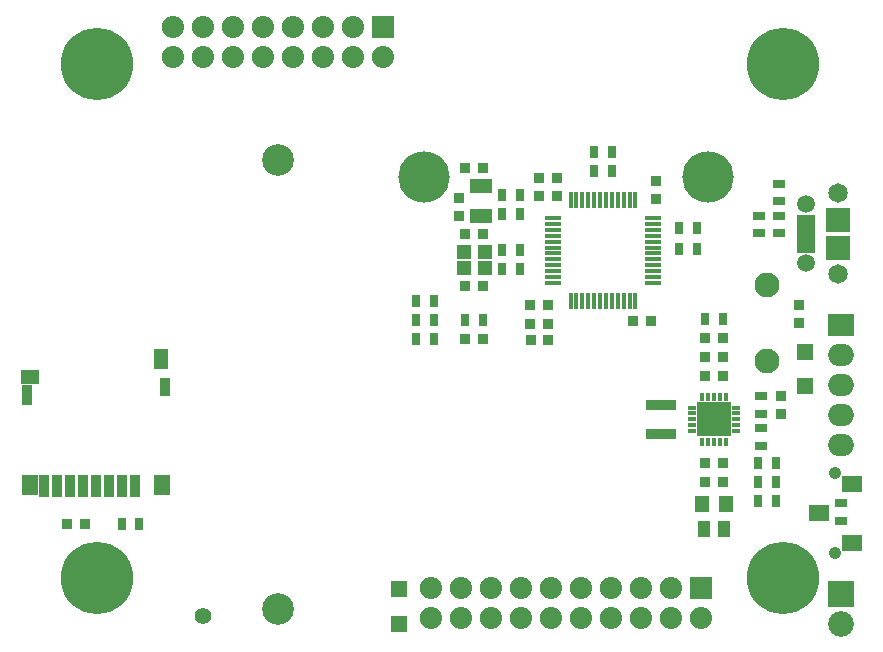
<source format=gts>
G04 #@! TF.GenerationSoftware,KiCad,Pcbnew,(2017-01-24 revision 0b6147e)-makepkg*
G04 #@! TF.CreationDate,2018-07-27T06:26:56-07:00*
G04 #@! TF.ProjectId,SmartiePiNode,536D617274696550694E6F64652E6B69,1.a*
G04 #@! TF.FileFunction,Soldermask,Top*
G04 #@! TF.FilePolarity,Negative*
%FSLAX46Y46*%
G04 Gerber Fmt 4.6, Leading zero omitted, Abs format (unit mm)*
G04 Created by KiCad (PCBNEW (2017-01-24 revision 0b6147e)-makepkg) date 07/27/18 06:26:56*
%MOMM*%
%LPD*%
G01*
G04 APERTURE LIST*
%ADD10C,0.100000*%
%ADD11R,1.602740X0.652780*%
%ADD12R,2.052320X2.052320*%
%ADD13C,1.650006*%
%ADD14C,1.504000*%
%ADD15R,0.652400X1.052400*%
%ADD16C,0.787400*%
%ADD17C,4.352400*%
%ADD18R,1.879600X1.879600*%
%ADD19O,1.879600X1.879600*%
%ADD20R,0.457200X1.346200*%
%ADD21R,1.346200X0.457200*%
%ADD22R,0.852400X1.902400*%
%ADD23R,1.452400X1.652400*%
%ADD24R,0.952400X1.652400*%
%ADD25R,0.952400X1.552400*%
%ADD26R,1.152400X1.702400*%
%ADD27R,1.552400X1.152400*%
%ADD28R,1.152400X1.402400*%
%ADD29R,0.952400X0.902400*%
%ADD30R,0.902400X0.952400*%
%ADD31R,2.184400X1.879600*%
%ADD32O,2.184400X1.879600*%
%ADD33R,1.372400X1.402400*%
%ADD34R,1.062400X1.422400*%
%ADD35R,2.652400X0.902400*%
%ADD36R,1.052400X0.652400*%
%ADD37C,2.102400*%
%ADD38R,1.302400X1.152400*%
%ADD39C,6.121400*%
%ADD40R,1.952400X1.152400*%
%ADD41R,0.863600X0.863600*%
%ADD42C,2.676400*%
%ADD43C,1.422400*%
%ADD44R,2.184400X2.184400*%
%ADD45O,2.184400X2.184400*%
%ADD46R,0.752400X0.402400*%
%ADD47R,0.402400X0.752400*%
%ADD48R,2.852400X2.852400*%
%ADD49C,0.652400*%
%ADD50R,1.752400X1.352400*%
%ADD51C,1.052400*%
G04 APERTURE END LIST*
D10*
D11*
X165930000Y-117097940D03*
X165930000Y-116447700D03*
X165930000Y-115800000D03*
X165930000Y-115152300D03*
X165930000Y-114502060D03*
D12*
X168604620Y-116998880D03*
X168604620Y-114601120D03*
D13*
X168600000Y-119230000D03*
X168600000Y-112370000D03*
D14*
X165930000Y-113302060D03*
X165930000Y-118302060D03*
D15*
X147950000Y-110500000D03*
X149450000Y-110500000D03*
X147950000Y-108900000D03*
X149450000Y-108900000D03*
D16*
X158713370Y-112127370D03*
D17*
X157582000Y-110996000D03*
D18*
X156972000Y-145796000D03*
D19*
X156972000Y-148336000D03*
X154432000Y-145796000D03*
X154432000Y-148336000D03*
X151892000Y-145796000D03*
X151892000Y-148336000D03*
X149352000Y-145796000D03*
X149352000Y-148336000D03*
X146812000Y-145796000D03*
X146812000Y-148336000D03*
X144272000Y-145796000D03*
X144272000Y-148336000D03*
X141732000Y-145796000D03*
X141732000Y-148336000D03*
X139192000Y-145796000D03*
X139192000Y-148336000D03*
X136652000Y-145796000D03*
X136652000Y-148336000D03*
X134112000Y-145796000D03*
X134112000Y-148336000D03*
D16*
X156450630Y-112127370D03*
X157582000Y-112596000D03*
X155982000Y-110996000D03*
X156450630Y-109864630D03*
X157582000Y-109396000D03*
X158713370Y-109864630D03*
X159182000Y-110996000D03*
X135112000Y-110996000D03*
X134643370Y-109864630D03*
D17*
X133512000Y-110996000D03*
D16*
X134643370Y-112127370D03*
X133512000Y-112596000D03*
X132380630Y-112127370D03*
X131912000Y-110996000D03*
X132380630Y-109864630D03*
X133512000Y-109396000D03*
D20*
X145950000Y-112950001D03*
X146449999Y-112950001D03*
X146950001Y-112950001D03*
X147450000Y-112950001D03*
X147949999Y-112950001D03*
X148450000Y-112950001D03*
X148950000Y-112950001D03*
X149450001Y-112950001D03*
X149950000Y-112950001D03*
X150449999Y-112950001D03*
X150950001Y-112950001D03*
X151450000Y-112950001D03*
D21*
X152949999Y-114450000D03*
X152949999Y-114949999D03*
X152949999Y-115450001D03*
X152949999Y-115950000D03*
X152949999Y-116449999D03*
X152949999Y-116950000D03*
X152949999Y-117450000D03*
X152949999Y-117950001D03*
X152949999Y-118450000D03*
X152949999Y-118949999D03*
X152949999Y-119450001D03*
X152949999Y-119950000D03*
D20*
X151450000Y-121449999D03*
X150950001Y-121449999D03*
X150449999Y-121449999D03*
X149950000Y-121449999D03*
X149450001Y-121449999D03*
X148950000Y-121449999D03*
X148450000Y-121449999D03*
X147949999Y-121449999D03*
X147450000Y-121449999D03*
X146950001Y-121449999D03*
X146449999Y-121449999D03*
X145950000Y-121449999D03*
D21*
X144450001Y-119950000D03*
X144450001Y-119450001D03*
X144450001Y-118949999D03*
X144450001Y-118450000D03*
X144450001Y-117950001D03*
X144450001Y-117450000D03*
X144450001Y-116950000D03*
X144450001Y-116449999D03*
X144450001Y-115950000D03*
X144450001Y-115450001D03*
X144450001Y-114949999D03*
X144450001Y-114450000D03*
D22*
X101353620Y-137152380D03*
X102453620Y-137152380D03*
X103553620Y-137152380D03*
X104653620Y-137152380D03*
X105753620Y-137152380D03*
X106853620Y-137152380D03*
X107953620Y-137152380D03*
X109053620Y-137152380D03*
D23*
X111403620Y-137027380D03*
X100153620Y-137027380D03*
D24*
X99903620Y-129427380D03*
D25*
X111653620Y-128777380D03*
D26*
X111303620Y-126352380D03*
D27*
X100203620Y-127927380D03*
D28*
X157100000Y-138700000D03*
X159100000Y-138700000D03*
D29*
X158850000Y-136800000D03*
X157350000Y-136800000D03*
X103350000Y-140400000D03*
X104850000Y-140400000D03*
X157350000Y-135200000D03*
X158850000Y-135200000D03*
D30*
X163800000Y-129550000D03*
X163800000Y-131050000D03*
D29*
X158850000Y-127800000D03*
X157350000Y-127800000D03*
X157350000Y-126200000D03*
X158850000Y-126200000D03*
X158850000Y-124600000D03*
X157350000Y-124600000D03*
D30*
X165300000Y-121800000D03*
X165300000Y-123300000D03*
D29*
X138550000Y-120200000D03*
X137050000Y-120200000D03*
X137050000Y-115800000D03*
X138550000Y-115800000D03*
X142550000Y-121800000D03*
X144050000Y-121800000D03*
X142550000Y-123400000D03*
X144050000Y-123400000D03*
X151250000Y-123200000D03*
X152750000Y-123200000D03*
D30*
X143260000Y-112600000D03*
X143260000Y-111100000D03*
X144780000Y-112600000D03*
X144780000Y-111100000D03*
X153200000Y-111350000D03*
X153200000Y-112850000D03*
D29*
X138550000Y-110200000D03*
X137050000Y-110200000D03*
D30*
X136500000Y-112750000D03*
X136500000Y-114250000D03*
D31*
X168840000Y-123470000D03*
D32*
X168840000Y-126010000D03*
X168840000Y-128550000D03*
X168840000Y-131090000D03*
X168840000Y-133630000D03*
D33*
X165840000Y-128710000D03*
X165840000Y-125760000D03*
X131420000Y-145900000D03*
X131420000Y-148850000D03*
D34*
X158930000Y-140800000D03*
X157260000Y-140800000D03*
D35*
X153590000Y-132720000D03*
X153590000Y-130270000D03*
D15*
X109450000Y-140400000D03*
X107950000Y-140400000D03*
X156650000Y-117100000D03*
X155150000Y-117100000D03*
X155150000Y-115300000D03*
X156650000Y-115300000D03*
X161850000Y-136800000D03*
X163350000Y-136800000D03*
X163350000Y-135200000D03*
X161850000Y-135200000D03*
D36*
X162100000Y-131050000D03*
X162100000Y-129550000D03*
X162100000Y-132250000D03*
X162100000Y-133750000D03*
D15*
X158850000Y-123000000D03*
X157350000Y-123000000D03*
X140150000Y-117200000D03*
X141650000Y-117200000D03*
X140150000Y-118800000D03*
X141650000Y-118800000D03*
X141650000Y-112500000D03*
X140150000Y-112500000D03*
X140150000Y-114100000D03*
X141650000Y-114100000D03*
D37*
X162600000Y-126600000D03*
X162600000Y-120100000D03*
D38*
X138670000Y-117350000D03*
X136920000Y-117350000D03*
X136920000Y-118650000D03*
X138670000Y-118650000D03*
D16*
X105900000Y-142564800D03*
X104238300Y-143253100D03*
X103550000Y-144914800D03*
X104238300Y-146576500D03*
X105900000Y-147264800D03*
X107561700Y-146576500D03*
X108250000Y-144914800D03*
X107561700Y-143253100D03*
D39*
X105900000Y-144914800D03*
X105900000Y-101430000D03*
D16*
X107561700Y-99768300D03*
X108250000Y-101430000D03*
X107561700Y-103091700D03*
X105900000Y-103780000D03*
X104238300Y-103091700D03*
X103550000Y-101430000D03*
X104238300Y-99768300D03*
X105900000Y-99080000D03*
X163913600Y-142564800D03*
X162251900Y-143253100D03*
X161563600Y-144914800D03*
X162251900Y-146576500D03*
X163913600Y-147264800D03*
X165575300Y-146576500D03*
X166263600Y-144914800D03*
X165575300Y-143253100D03*
D39*
X163913600Y-144914800D03*
X163927189Y-101430000D03*
D16*
X165588889Y-99768300D03*
X166277189Y-101430000D03*
X165588889Y-103091700D03*
X163927189Y-103780000D03*
X162265489Y-103091700D03*
X161577189Y-101430000D03*
X162265489Y-99768300D03*
X163927189Y-99080000D03*
D40*
X138410000Y-114250000D03*
X138410000Y-111750000D03*
D15*
X161850000Y-138400000D03*
X163350000Y-138400000D03*
D41*
X144011200Y-124800000D03*
X142588800Y-124800000D03*
D42*
X121180000Y-109560000D03*
X121170000Y-147520000D03*
D43*
X114800000Y-148115000D03*
D36*
X163600000Y-113050000D03*
X163600000Y-111550000D03*
X163600000Y-114250000D03*
X163600000Y-115750000D03*
D44*
X168840000Y-146250000D03*
D45*
X168840000Y-148790000D03*
D29*
X138550000Y-124700000D03*
X137050000Y-124700000D03*
D36*
X161900000Y-115750000D03*
X161900000Y-114250000D03*
D15*
X132850000Y-124700000D03*
X134350000Y-124700000D03*
X132850000Y-121500000D03*
X134350000Y-121500000D03*
X134350000Y-123100000D03*
X132850000Y-123100000D03*
X138550000Y-123100000D03*
X137050000Y-123100000D03*
D46*
X156200000Y-130500000D03*
X156200000Y-131000000D03*
X156200000Y-131500000D03*
X156200000Y-132000000D03*
X156200000Y-132500000D03*
X160000000Y-132500000D03*
X160000000Y-132000000D03*
X160000000Y-131500000D03*
X160000000Y-131000000D03*
X160000000Y-130500000D03*
D47*
X159100000Y-129600000D03*
X158600000Y-129600000D03*
X158100000Y-129600000D03*
X157600000Y-129600000D03*
X157100000Y-129600000D03*
X157100000Y-133400000D03*
X157600000Y-133400000D03*
X158100000Y-133400000D03*
X158600000Y-133400000D03*
X159100000Y-133400000D03*
D48*
X158100000Y-131500000D03*
D49*
X157290000Y-130690000D03*
X157830000Y-130690000D03*
X158370000Y-130690000D03*
X158910000Y-130690000D03*
X158910000Y-131230000D03*
X158910000Y-131770000D03*
X158910000Y-132310000D03*
X158370000Y-131230000D03*
X158370000Y-131770000D03*
X158370000Y-132310000D03*
X157830000Y-131230000D03*
X157830000Y-131770000D03*
X157830000Y-132310000D03*
X157290000Y-131230000D03*
X157290000Y-131770000D03*
X157290000Y-132310000D03*
D18*
X130100000Y-98260000D03*
D19*
X130100000Y-100800000D03*
X127560000Y-98260000D03*
X127560000Y-100800000D03*
X125020000Y-98260000D03*
X125020000Y-100800000D03*
X122480000Y-98260000D03*
X122480000Y-100800000D03*
X119940000Y-98260000D03*
X119940000Y-100800000D03*
X117400000Y-98260000D03*
X117400000Y-100800000D03*
X114860000Y-98260000D03*
X114860000Y-100800000D03*
X112320000Y-98260000D03*
X112320000Y-100800000D03*
D36*
X168840000Y-138580000D03*
X168840000Y-140080000D03*
D50*
X169760000Y-141950000D03*
X166960000Y-139450000D03*
X169760000Y-136950000D03*
D51*
X168360000Y-142850000D03*
X168360000Y-136050000D03*
M02*

</source>
